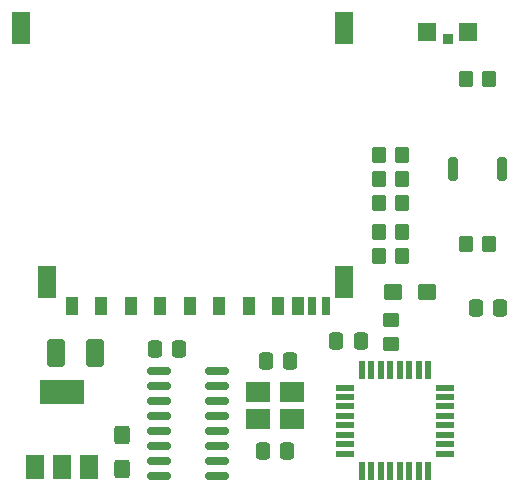
<source format=gbr>
%TF.GenerationSoftware,KiCad,Pcbnew,7.0.9*%
%TF.CreationDate,2023-12-04T13:48:36-06:00*%
%TF.ProjectId,smartportsd-smd,736d6172-7470-46f7-9274-73642d736d64,rev?*%
%TF.SameCoordinates,Original*%
%TF.FileFunction,Paste,Top*%
%TF.FilePolarity,Positive*%
%FSLAX46Y46*%
G04 Gerber Fmt 4.6, Leading zero omitted, Abs format (unit mm)*
G04 Created by KiCad (PCBNEW 7.0.9) date 2023-12-04 13:48:36*
%MOMM*%
%LPD*%
G01*
G04 APERTURE LIST*
G04 Aperture macros list*
%AMRoundRect*
0 Rectangle with rounded corners*
0 $1 Rounding radius*
0 $2 $3 $4 $5 $6 $7 $8 $9 X,Y pos of 4 corners*
0 Add a 4 corners polygon primitive as box body*
4,1,4,$2,$3,$4,$5,$6,$7,$8,$9,$2,$3,0*
0 Add four circle primitives for the rounded corners*
1,1,$1+$1,$2,$3*
1,1,$1+$1,$4,$5*
1,1,$1+$1,$6,$7*
1,1,$1+$1,$8,$9*
0 Add four rect primitives between the rounded corners*
20,1,$1+$1,$2,$3,$4,$5,0*
20,1,$1+$1,$4,$5,$6,$7,0*
20,1,$1+$1,$6,$7,$8,$9,0*
20,1,$1+$1,$8,$9,$2,$3,0*%
G04 Aperture macros list end*
%ADD10R,1.600000X0.550000*%
%ADD11R,0.550000X1.600000*%
%ADD12RoundRect,0.250000X0.425000X-0.537500X0.425000X0.537500X-0.425000X0.537500X-0.425000X-0.537500X0*%
%ADD13RoundRect,0.250000X0.350000X0.450000X-0.350000X0.450000X-0.350000X-0.450000X0.350000X-0.450000X0*%
%ADD14RoundRect,0.250000X0.337500X0.475000X-0.337500X0.475000X-0.337500X-0.475000X0.337500X-0.475000X0*%
%ADD15RoundRect,0.250000X-0.350000X-0.450000X0.350000X-0.450000X0.350000X0.450000X-0.350000X0.450000X0*%
%ADD16RoundRect,0.250000X-0.450000X0.350000X-0.450000X-0.350000X0.450000X-0.350000X0.450000X0.350000X0*%
%ADD17RoundRect,0.200000X0.200000X0.800000X-0.200000X0.800000X-0.200000X-0.800000X0.200000X-0.800000X0*%
%ADD18R,2.100000X1.800000*%
%ADD19R,1.000000X1.500000*%
%ADD20R,0.700000X1.500000*%
%ADD21R,1.500000X2.800000*%
%ADD22RoundRect,0.250000X-0.537500X-0.425000X0.537500X-0.425000X0.537500X0.425000X-0.537500X0.425000X0*%
%ADD23R,1.500000X1.500000*%
%ADD24R,0.900000X0.900000*%
%ADD25RoundRect,0.250001X0.499999X0.924999X-0.499999X0.924999X-0.499999X-0.924999X0.499999X-0.924999X0*%
%ADD26R,1.500000X2.000000*%
%ADD27R,3.800000X2.000000*%
%ADD28RoundRect,0.150000X-0.825000X-0.150000X0.825000X-0.150000X0.825000X0.150000X-0.825000X0.150000X0*%
G04 APERTURE END LIST*
D10*
%TO.C,U1*%
X162755000Y-115056000D03*
X162755000Y-115856000D03*
X162755000Y-116656000D03*
X162755000Y-117456000D03*
X162755000Y-118256000D03*
X162755000Y-119056000D03*
X162755000Y-119856000D03*
X162755000Y-120656000D03*
D11*
X164205000Y-122106000D03*
X165005000Y-122106000D03*
X165805000Y-122106000D03*
X166605000Y-122106000D03*
X167405000Y-122106000D03*
X168205000Y-122106000D03*
X169005000Y-122106000D03*
X169805000Y-122106000D03*
D10*
X171255000Y-120656000D03*
X171255000Y-119856000D03*
X171255000Y-119056000D03*
X171255000Y-118256000D03*
X171255000Y-117456000D03*
X171255000Y-116656000D03*
X171255000Y-115856000D03*
X171255000Y-115056000D03*
D11*
X169805000Y-113606000D03*
X169005000Y-113606000D03*
X168205000Y-113606000D03*
X167405000Y-113606000D03*
X166605000Y-113606000D03*
X165805000Y-113606000D03*
X165005000Y-113606000D03*
X164205000Y-113606000D03*
%TD*%
D12*
%TO.C,C7*%
X143891000Y-121960500D03*
X143891000Y-119085500D03*
%TD*%
D13*
%TO.C,R6*%
X167624000Y-101854000D03*
X165624000Y-101854000D03*
%TD*%
D14*
%TO.C,C6*%
X148738500Y-111760000D03*
X146663500Y-111760000D03*
%TD*%
D13*
%TO.C,R8*%
X167624000Y-95377000D03*
X165624000Y-95377000D03*
%TD*%
D14*
%TO.C,C2*%
X158136500Y-112776000D03*
X156061500Y-112776000D03*
%TD*%
D15*
%TO.C,R3*%
X172990000Y-88900000D03*
X174990000Y-88900000D03*
%TD*%
D16*
%TO.C,R1*%
X166624000Y-109347000D03*
X166624000Y-111347000D03*
%TD*%
D17*
%TO.C,SW1*%
X176090000Y-96520000D03*
X171890000Y-96520000D03*
%TD*%
D18*
%TO.C,Y1*%
X155395000Y-117736000D03*
X158295000Y-117736000D03*
X158295000Y-115436000D03*
X155395000Y-115436000D03*
%TD*%
D13*
%TO.C,R5*%
X167624000Y-99441000D03*
X165624000Y-99441000D03*
%TD*%
D19*
%TO.C,J3*%
X142131000Y-108146000D03*
X144631000Y-108146000D03*
X147131000Y-108146000D03*
X149631000Y-108146000D03*
X152131000Y-108146000D03*
X154631000Y-108146000D03*
X157061000Y-108146000D03*
X158761000Y-108146000D03*
X139631000Y-108146000D03*
D20*
X159961000Y-108146000D03*
X161161000Y-108146000D03*
D21*
X162656000Y-84646000D03*
X135356000Y-84646000D03*
X162656000Y-106146000D03*
X137556000Y-106146000D03*
%TD*%
D22*
%TO.C,C5*%
X166837500Y-106934000D03*
X169712500Y-106934000D03*
%TD*%
D13*
%TO.C,R4*%
X167624000Y-97409000D03*
X165624000Y-97409000D03*
%TD*%
D23*
%TO.C,D1*%
X169700000Y-84970502D03*
X173200000Y-84970502D03*
D24*
X171450000Y-85520502D03*
%TD*%
D25*
%TO.C,C8*%
X141579000Y-112141000D03*
X138329000Y-112141000D03*
%TD*%
D14*
%TO.C,C1*%
X175916500Y-108331000D03*
X173841500Y-108331000D03*
%TD*%
D13*
%TO.C,R7*%
X167624000Y-103886000D03*
X165624000Y-103886000D03*
%TD*%
D15*
%TO.C,R2*%
X172990000Y-102870000D03*
X174990000Y-102870000D03*
%TD*%
D14*
%TO.C,C3*%
X157882500Y-120396000D03*
X155807500Y-120396000D03*
%TD*%
%TO.C,C4*%
X164105500Y-111125000D03*
X162030500Y-111125000D03*
%TD*%
D26*
%TO.C,U3*%
X136511000Y-121768000D03*
X138811000Y-121768000D03*
D27*
X138811000Y-115468000D03*
D26*
X141111000Y-121768000D03*
%TD*%
D28*
%TO.C,U2*%
X147004000Y-113665000D03*
X147004000Y-114935000D03*
X147004000Y-116205000D03*
X147004000Y-117475000D03*
X147004000Y-118745000D03*
X147004000Y-120015000D03*
X147004000Y-121285000D03*
X147004000Y-122555000D03*
X151954000Y-122555000D03*
X151954000Y-121285000D03*
X151954000Y-120015000D03*
X151954000Y-118745000D03*
X151954000Y-117475000D03*
X151954000Y-116205000D03*
X151954000Y-114935000D03*
X151954000Y-113665000D03*
%TD*%
M02*

</source>
